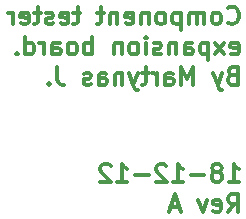
<source format=gbo>
G04 #@! TF.GenerationSoftware,KiCad,Pcbnew,5.0.2-bee76a0~70~ubuntu18.04.1*
G04 #@! TF.CreationDate,2018-12-13T21:58:58+02:00*
G04 #@! TF.ProjectId,component_tester_adapter,636f6d70-6f6e-4656-9e74-5f7465737465,rev?*
G04 #@! TF.SameCoordinates,Original*
G04 #@! TF.FileFunction,Legend,Bot*
G04 #@! TF.FilePolarity,Positive*
%FSLAX46Y46*%
G04 Gerber Fmt 4.6, Leading zero omitted, Abs format (unit mm)*
G04 Created by KiCad (PCBNEW 5.0.2-bee76a0~70~ubuntu18.04.1) date Thu 13 Dec 2018 09:58:58 PM EET*
%MOMM*%
%LPD*%
G01*
G04 APERTURE LIST*
%ADD10C,0.300000*%
G04 APERTURE END LIST*
D10*
X201227142Y-64173571D02*
X202084285Y-64173571D01*
X201655714Y-64173571D02*
X201655714Y-62673571D01*
X201798571Y-62887857D01*
X201941428Y-63030714D01*
X202084285Y-63102142D01*
X200370000Y-63316428D02*
X200512857Y-63245000D01*
X200584285Y-63173571D01*
X200655714Y-63030714D01*
X200655714Y-62959285D01*
X200584285Y-62816428D01*
X200512857Y-62745000D01*
X200370000Y-62673571D01*
X200084285Y-62673571D01*
X199941428Y-62745000D01*
X199870000Y-62816428D01*
X199798571Y-62959285D01*
X199798571Y-63030714D01*
X199870000Y-63173571D01*
X199941428Y-63245000D01*
X200084285Y-63316428D01*
X200370000Y-63316428D01*
X200512857Y-63387857D01*
X200584285Y-63459285D01*
X200655714Y-63602142D01*
X200655714Y-63887857D01*
X200584285Y-64030714D01*
X200512857Y-64102142D01*
X200370000Y-64173571D01*
X200084285Y-64173571D01*
X199941428Y-64102142D01*
X199870000Y-64030714D01*
X199798571Y-63887857D01*
X199798571Y-63602142D01*
X199870000Y-63459285D01*
X199941428Y-63387857D01*
X200084285Y-63316428D01*
X199155714Y-63602142D02*
X198012857Y-63602142D01*
X196512857Y-64173571D02*
X197370000Y-64173571D01*
X196941428Y-64173571D02*
X196941428Y-62673571D01*
X197084285Y-62887857D01*
X197227142Y-63030714D01*
X197370000Y-63102142D01*
X195941428Y-62816428D02*
X195870000Y-62745000D01*
X195727142Y-62673571D01*
X195370000Y-62673571D01*
X195227142Y-62745000D01*
X195155714Y-62816428D01*
X195084285Y-62959285D01*
X195084285Y-63102142D01*
X195155714Y-63316428D01*
X196012857Y-64173571D01*
X195084285Y-64173571D01*
X194441428Y-63602142D02*
X193298571Y-63602142D01*
X191798571Y-64173571D02*
X192655714Y-64173571D01*
X192227142Y-64173571D02*
X192227142Y-62673571D01*
X192370000Y-62887857D01*
X192512857Y-63030714D01*
X192655714Y-63102142D01*
X191227142Y-62816428D02*
X191155714Y-62745000D01*
X191012857Y-62673571D01*
X190655714Y-62673571D01*
X190512857Y-62745000D01*
X190441428Y-62816428D01*
X190370000Y-62959285D01*
X190370000Y-63102142D01*
X190441428Y-63316428D01*
X191298571Y-64173571D01*
X190370000Y-64173571D01*
X201155714Y-66723571D02*
X201655714Y-66009285D01*
X202012857Y-66723571D02*
X202012857Y-65223571D01*
X201441428Y-65223571D01*
X201298571Y-65295000D01*
X201227142Y-65366428D01*
X201155714Y-65509285D01*
X201155714Y-65723571D01*
X201227142Y-65866428D01*
X201298571Y-65937857D01*
X201441428Y-66009285D01*
X202012857Y-66009285D01*
X199941428Y-66652142D02*
X200084285Y-66723571D01*
X200370000Y-66723571D01*
X200512857Y-66652142D01*
X200584285Y-66509285D01*
X200584285Y-65937857D01*
X200512857Y-65795000D01*
X200370000Y-65723571D01*
X200084285Y-65723571D01*
X199941428Y-65795000D01*
X199870000Y-65937857D01*
X199870000Y-66080714D01*
X200584285Y-66223571D01*
X199370000Y-65723571D02*
X199012857Y-66723571D01*
X198655714Y-65723571D01*
X197012857Y-66295000D02*
X196298571Y-66295000D01*
X197155714Y-66723571D02*
X196655714Y-65223571D01*
X196155714Y-66723571D01*
X201155714Y-50690714D02*
X201227142Y-50762142D01*
X201441428Y-50833571D01*
X201584285Y-50833571D01*
X201798571Y-50762142D01*
X201941428Y-50619285D01*
X202012857Y-50476428D01*
X202084285Y-50190714D01*
X202084285Y-49976428D01*
X202012857Y-49690714D01*
X201941428Y-49547857D01*
X201798571Y-49405000D01*
X201584285Y-49333571D01*
X201441428Y-49333571D01*
X201227142Y-49405000D01*
X201155714Y-49476428D01*
X200298571Y-50833571D02*
X200441428Y-50762142D01*
X200512857Y-50690714D01*
X200584285Y-50547857D01*
X200584285Y-50119285D01*
X200512857Y-49976428D01*
X200441428Y-49905000D01*
X200298571Y-49833571D01*
X200084285Y-49833571D01*
X199941428Y-49905000D01*
X199870000Y-49976428D01*
X199798571Y-50119285D01*
X199798571Y-50547857D01*
X199870000Y-50690714D01*
X199941428Y-50762142D01*
X200084285Y-50833571D01*
X200298571Y-50833571D01*
X199155714Y-50833571D02*
X199155714Y-49833571D01*
X199155714Y-49976428D02*
X199084285Y-49905000D01*
X198941428Y-49833571D01*
X198727142Y-49833571D01*
X198584285Y-49905000D01*
X198512857Y-50047857D01*
X198512857Y-50833571D01*
X198512857Y-50047857D02*
X198441428Y-49905000D01*
X198298571Y-49833571D01*
X198084285Y-49833571D01*
X197941428Y-49905000D01*
X197870000Y-50047857D01*
X197870000Y-50833571D01*
X197155714Y-49833571D02*
X197155714Y-51333571D01*
X197155714Y-49905000D02*
X197012857Y-49833571D01*
X196727142Y-49833571D01*
X196584285Y-49905000D01*
X196512857Y-49976428D01*
X196441428Y-50119285D01*
X196441428Y-50547857D01*
X196512857Y-50690714D01*
X196584285Y-50762142D01*
X196727142Y-50833571D01*
X197012857Y-50833571D01*
X197155714Y-50762142D01*
X195584285Y-50833571D02*
X195727142Y-50762142D01*
X195798571Y-50690714D01*
X195870000Y-50547857D01*
X195870000Y-50119285D01*
X195798571Y-49976428D01*
X195727142Y-49905000D01*
X195584285Y-49833571D01*
X195370000Y-49833571D01*
X195227142Y-49905000D01*
X195155714Y-49976428D01*
X195084285Y-50119285D01*
X195084285Y-50547857D01*
X195155714Y-50690714D01*
X195227142Y-50762142D01*
X195370000Y-50833571D01*
X195584285Y-50833571D01*
X194441428Y-49833571D02*
X194441428Y-50833571D01*
X194441428Y-49976428D02*
X194370000Y-49905000D01*
X194227142Y-49833571D01*
X194012857Y-49833571D01*
X193870000Y-49905000D01*
X193798571Y-50047857D01*
X193798571Y-50833571D01*
X192512857Y-50762142D02*
X192655714Y-50833571D01*
X192941428Y-50833571D01*
X193084285Y-50762142D01*
X193155714Y-50619285D01*
X193155714Y-50047857D01*
X193084285Y-49905000D01*
X192941428Y-49833571D01*
X192655714Y-49833571D01*
X192512857Y-49905000D01*
X192441428Y-50047857D01*
X192441428Y-50190714D01*
X193155714Y-50333571D01*
X191798571Y-49833571D02*
X191798571Y-50833571D01*
X191798571Y-49976428D02*
X191727142Y-49905000D01*
X191584285Y-49833571D01*
X191370000Y-49833571D01*
X191227142Y-49905000D01*
X191155714Y-50047857D01*
X191155714Y-50833571D01*
X190655714Y-49833571D02*
X190084285Y-49833571D01*
X190441428Y-49333571D02*
X190441428Y-50619285D01*
X190370000Y-50762142D01*
X190227142Y-50833571D01*
X190084285Y-50833571D01*
X188655714Y-49833571D02*
X188084285Y-49833571D01*
X188441428Y-49333571D02*
X188441428Y-50619285D01*
X188370000Y-50762142D01*
X188227142Y-50833571D01*
X188084285Y-50833571D01*
X187012857Y-50762142D02*
X187155714Y-50833571D01*
X187441428Y-50833571D01*
X187584285Y-50762142D01*
X187655714Y-50619285D01*
X187655714Y-50047857D01*
X187584285Y-49905000D01*
X187441428Y-49833571D01*
X187155714Y-49833571D01*
X187012857Y-49905000D01*
X186941428Y-50047857D01*
X186941428Y-50190714D01*
X187655714Y-50333571D01*
X186370000Y-50762142D02*
X186227142Y-50833571D01*
X185941428Y-50833571D01*
X185798571Y-50762142D01*
X185727142Y-50619285D01*
X185727142Y-50547857D01*
X185798571Y-50405000D01*
X185941428Y-50333571D01*
X186155714Y-50333571D01*
X186298571Y-50262142D01*
X186370000Y-50119285D01*
X186370000Y-50047857D01*
X186298571Y-49905000D01*
X186155714Y-49833571D01*
X185941428Y-49833571D01*
X185798571Y-49905000D01*
X185298571Y-49833571D02*
X184727142Y-49833571D01*
X185084285Y-49333571D02*
X185084285Y-50619285D01*
X185012857Y-50762142D01*
X184870000Y-50833571D01*
X184727142Y-50833571D01*
X183655714Y-50762142D02*
X183798571Y-50833571D01*
X184084285Y-50833571D01*
X184227142Y-50762142D01*
X184298571Y-50619285D01*
X184298571Y-50047857D01*
X184227142Y-49905000D01*
X184084285Y-49833571D01*
X183798571Y-49833571D01*
X183655714Y-49905000D01*
X183584285Y-50047857D01*
X183584285Y-50190714D01*
X184298571Y-50333571D01*
X182941428Y-50833571D02*
X182941428Y-49833571D01*
X182941428Y-50119285D02*
X182870000Y-49976428D01*
X182798571Y-49905000D01*
X182655714Y-49833571D01*
X182512857Y-49833571D01*
X201441428Y-53312142D02*
X201584285Y-53383571D01*
X201870000Y-53383571D01*
X202012857Y-53312142D01*
X202084285Y-53169285D01*
X202084285Y-52597857D01*
X202012857Y-52455000D01*
X201870000Y-52383571D01*
X201584285Y-52383571D01*
X201441428Y-52455000D01*
X201370000Y-52597857D01*
X201370000Y-52740714D01*
X202084285Y-52883571D01*
X200870000Y-53383571D02*
X200084285Y-52383571D01*
X200870000Y-52383571D02*
X200084285Y-53383571D01*
X199512857Y-52383571D02*
X199512857Y-53883571D01*
X199512857Y-52455000D02*
X199370000Y-52383571D01*
X199084285Y-52383571D01*
X198941428Y-52455000D01*
X198870000Y-52526428D01*
X198798571Y-52669285D01*
X198798571Y-53097857D01*
X198870000Y-53240714D01*
X198941428Y-53312142D01*
X199084285Y-53383571D01*
X199370000Y-53383571D01*
X199512857Y-53312142D01*
X197512857Y-53383571D02*
X197512857Y-52597857D01*
X197584285Y-52455000D01*
X197727142Y-52383571D01*
X198012857Y-52383571D01*
X198155714Y-52455000D01*
X197512857Y-53312142D02*
X197655714Y-53383571D01*
X198012857Y-53383571D01*
X198155714Y-53312142D01*
X198227142Y-53169285D01*
X198227142Y-53026428D01*
X198155714Y-52883571D01*
X198012857Y-52812142D01*
X197655714Y-52812142D01*
X197512857Y-52740714D01*
X196798571Y-52383571D02*
X196798571Y-53383571D01*
X196798571Y-52526428D02*
X196727142Y-52455000D01*
X196584285Y-52383571D01*
X196370000Y-52383571D01*
X196227142Y-52455000D01*
X196155714Y-52597857D01*
X196155714Y-53383571D01*
X195512857Y-53312142D02*
X195370000Y-53383571D01*
X195084285Y-53383571D01*
X194941428Y-53312142D01*
X194870000Y-53169285D01*
X194870000Y-53097857D01*
X194941428Y-52955000D01*
X195084285Y-52883571D01*
X195298571Y-52883571D01*
X195441428Y-52812142D01*
X195512857Y-52669285D01*
X195512857Y-52597857D01*
X195441428Y-52455000D01*
X195298571Y-52383571D01*
X195084285Y-52383571D01*
X194941428Y-52455000D01*
X194227142Y-53383571D02*
X194227142Y-52383571D01*
X194227142Y-51883571D02*
X194298571Y-51955000D01*
X194227142Y-52026428D01*
X194155714Y-51955000D01*
X194227142Y-51883571D01*
X194227142Y-52026428D01*
X193298571Y-53383571D02*
X193441428Y-53312142D01*
X193512857Y-53240714D01*
X193584285Y-53097857D01*
X193584285Y-52669285D01*
X193512857Y-52526428D01*
X193441428Y-52455000D01*
X193298571Y-52383571D01*
X193084285Y-52383571D01*
X192941428Y-52455000D01*
X192870000Y-52526428D01*
X192798571Y-52669285D01*
X192798571Y-53097857D01*
X192870000Y-53240714D01*
X192941428Y-53312142D01*
X193084285Y-53383571D01*
X193298571Y-53383571D01*
X192155714Y-52383571D02*
X192155714Y-53383571D01*
X192155714Y-52526428D02*
X192084285Y-52455000D01*
X191941428Y-52383571D01*
X191727142Y-52383571D01*
X191584285Y-52455000D01*
X191512857Y-52597857D01*
X191512857Y-53383571D01*
X189655714Y-53383571D02*
X189655714Y-51883571D01*
X189655714Y-52455000D02*
X189512857Y-52383571D01*
X189227142Y-52383571D01*
X189084285Y-52455000D01*
X189012857Y-52526428D01*
X188941428Y-52669285D01*
X188941428Y-53097857D01*
X189012857Y-53240714D01*
X189084285Y-53312142D01*
X189227142Y-53383571D01*
X189512857Y-53383571D01*
X189655714Y-53312142D01*
X188084285Y-53383571D02*
X188227142Y-53312142D01*
X188298571Y-53240714D01*
X188370000Y-53097857D01*
X188370000Y-52669285D01*
X188298571Y-52526428D01*
X188227142Y-52455000D01*
X188084285Y-52383571D01*
X187870000Y-52383571D01*
X187727142Y-52455000D01*
X187655714Y-52526428D01*
X187584285Y-52669285D01*
X187584285Y-53097857D01*
X187655714Y-53240714D01*
X187727142Y-53312142D01*
X187870000Y-53383571D01*
X188084285Y-53383571D01*
X186298571Y-53383571D02*
X186298571Y-52597857D01*
X186370000Y-52455000D01*
X186512857Y-52383571D01*
X186798571Y-52383571D01*
X186941428Y-52455000D01*
X186298571Y-53312142D02*
X186441428Y-53383571D01*
X186798571Y-53383571D01*
X186941428Y-53312142D01*
X187012857Y-53169285D01*
X187012857Y-53026428D01*
X186941428Y-52883571D01*
X186798571Y-52812142D01*
X186441428Y-52812142D01*
X186298571Y-52740714D01*
X185584285Y-53383571D02*
X185584285Y-52383571D01*
X185584285Y-52669285D02*
X185512857Y-52526428D01*
X185441428Y-52455000D01*
X185298571Y-52383571D01*
X185155714Y-52383571D01*
X184012857Y-53383571D02*
X184012857Y-51883571D01*
X184012857Y-53312142D02*
X184155714Y-53383571D01*
X184441428Y-53383571D01*
X184584285Y-53312142D01*
X184655714Y-53240714D01*
X184727142Y-53097857D01*
X184727142Y-52669285D01*
X184655714Y-52526428D01*
X184584285Y-52455000D01*
X184441428Y-52383571D01*
X184155714Y-52383571D01*
X184012857Y-52455000D01*
X183298571Y-53240714D02*
X183227142Y-53312142D01*
X183298571Y-53383571D01*
X183370000Y-53312142D01*
X183298571Y-53240714D01*
X183298571Y-53383571D01*
X201512857Y-55147857D02*
X201298571Y-55219285D01*
X201227142Y-55290714D01*
X201155714Y-55433571D01*
X201155714Y-55647857D01*
X201227142Y-55790714D01*
X201298571Y-55862142D01*
X201441428Y-55933571D01*
X202012857Y-55933571D01*
X202012857Y-54433571D01*
X201512857Y-54433571D01*
X201370000Y-54505000D01*
X201298571Y-54576428D01*
X201227142Y-54719285D01*
X201227142Y-54862142D01*
X201298571Y-55005000D01*
X201370000Y-55076428D01*
X201512857Y-55147857D01*
X202012857Y-55147857D01*
X200655714Y-54933571D02*
X200298571Y-55933571D01*
X199941428Y-54933571D02*
X200298571Y-55933571D01*
X200441428Y-56290714D01*
X200512857Y-56362142D01*
X200655714Y-56433571D01*
X198227142Y-55933571D02*
X198227142Y-54433571D01*
X197727142Y-55505000D01*
X197227142Y-54433571D01*
X197227142Y-55933571D01*
X195870000Y-55933571D02*
X195870000Y-55147857D01*
X195941428Y-55005000D01*
X196084285Y-54933571D01*
X196370000Y-54933571D01*
X196512857Y-55005000D01*
X195870000Y-55862142D02*
X196012857Y-55933571D01*
X196370000Y-55933571D01*
X196512857Y-55862142D01*
X196584285Y-55719285D01*
X196584285Y-55576428D01*
X196512857Y-55433571D01*
X196370000Y-55362142D01*
X196012857Y-55362142D01*
X195870000Y-55290714D01*
X195155714Y-55933571D02*
X195155714Y-54933571D01*
X195155714Y-55219285D02*
X195084285Y-55076428D01*
X195012857Y-55005000D01*
X194870000Y-54933571D01*
X194727142Y-54933571D01*
X194441428Y-54933571D02*
X193870000Y-54933571D01*
X194227142Y-54433571D02*
X194227142Y-55719285D01*
X194155714Y-55862142D01*
X194012857Y-55933571D01*
X193870000Y-55933571D01*
X193512857Y-54933571D02*
X193155714Y-55933571D01*
X192798571Y-54933571D02*
X193155714Y-55933571D01*
X193298571Y-56290714D01*
X193370000Y-56362142D01*
X193512857Y-56433571D01*
X192227142Y-54933571D02*
X192227142Y-55933571D01*
X192227142Y-55076428D02*
X192155714Y-55005000D01*
X192012857Y-54933571D01*
X191798571Y-54933571D01*
X191655714Y-55005000D01*
X191584285Y-55147857D01*
X191584285Y-55933571D01*
X190227142Y-55933571D02*
X190227142Y-55147857D01*
X190298571Y-55005000D01*
X190441428Y-54933571D01*
X190727142Y-54933571D01*
X190870000Y-55005000D01*
X190227142Y-55862142D02*
X190370000Y-55933571D01*
X190727142Y-55933571D01*
X190870000Y-55862142D01*
X190941428Y-55719285D01*
X190941428Y-55576428D01*
X190870000Y-55433571D01*
X190727142Y-55362142D01*
X190370000Y-55362142D01*
X190227142Y-55290714D01*
X189584285Y-55862142D02*
X189441428Y-55933571D01*
X189155714Y-55933571D01*
X189012857Y-55862142D01*
X188941428Y-55719285D01*
X188941428Y-55647857D01*
X189012857Y-55505000D01*
X189155714Y-55433571D01*
X189370000Y-55433571D01*
X189512857Y-55362142D01*
X189584285Y-55219285D01*
X189584285Y-55147857D01*
X189512857Y-55005000D01*
X189370000Y-54933571D01*
X189155714Y-54933571D01*
X189012857Y-55005000D01*
X186727142Y-54433571D02*
X186727142Y-55505000D01*
X186798571Y-55719285D01*
X186941428Y-55862142D01*
X187155714Y-55933571D01*
X187298571Y-55933571D01*
X186012857Y-55790714D02*
X185941428Y-55862142D01*
X186012857Y-55933571D01*
X186084285Y-55862142D01*
X186012857Y-55790714D01*
X186012857Y-55933571D01*
M02*

</source>
